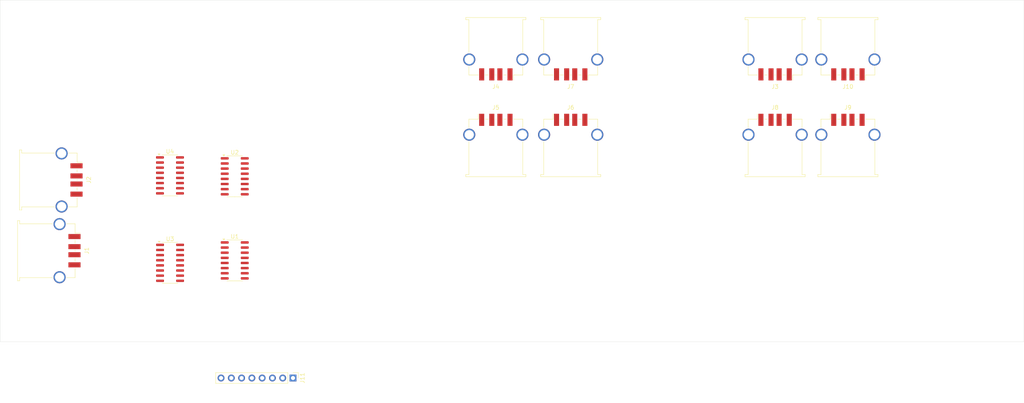
<source format=kicad_pcb>
(kicad_pcb (version 20240108) (generator "pcbnew") (generator_version "8.0")
  (layers (0 "F.Cu" signal) (31 "B.Cu" signal) (34 "B.Paste" user) (35 "F.Paste" user) (36 "B.SilkS" user "B.Silkscreen") (37 "F.SilkS" user "F.Silkscreen") (38 "B.Mask" user) (39 "F.Mask" user) (44 "Edge.Cuts" user))
  (net 0 "")
  (net 1 "Net-(J1-D-)")
  (net 2 "Net-(J1-D+)")
  (net 3 "Net-(J2-D+)")
  (net 4 "Net-(J2-D-)")
  (net 5 "Net-(J3-D-)")
  (net 6 "Net-(J3-D+)")
  (net 7 "Net-(J4-D-)")
  (net 8 "Net-(J4-D+)")
  (net 9 "Net-(J5-D-)")
  (net 10 "Net-(J5-D+)")
  (net 11 "Net-(J6-D+)")
  (net 12 "Net-(J6-D-)")
  (net 13 "Net-(J7-D+)")
  (net 14 "Net-(J7-D-)")
  (net 15 "Net-(J8-D-)")
  (net 16 "Net-(J8-D+)")
  (net 17 "Net-(J9-D-)")
  (net 18 "Net-(J9-D+)")
  (net 19 "Net-(J10-D+)")
  (net 20 "Net-(J10-D-)")
  (net 21 "Net-(J11-Pin_4)")
  (net 22 "Net-(U1-A)")
  (net 23 "Net-(U2-A)")
  (net 36 "/VCC")
  (net 37 "/SHIELD")
  (net 38 "/GND")
  (net 39 "/KS")
  (net 40 "/S1")
  (net 41 "/S0")
  (net 42 "/ENABLE_BARRE")
  (net 43 "/S2")
  (footprint "Connector_PinHeader_2.54mm:PinHeader_1x08_P2.54mm_Vertical" (layer "F.Cu") (at 114.875 103.5 -90)
    (property "Reference" "J11" (at 0 -2.33 90) (layer "F.SilkS"))
    (property "Value" "Conn_01x08_Pin")
    (fp_line (start -1.33 19.11) (end 1.33 19.11) (stroke (width 0.12)) (layer "F.SilkS"))
    (fp_line (start -1.33 1.27) (end -1.33 19.11) (stroke (width 0.12)) (layer "F.SilkS"))
    (fp_line (start -1.33 1.27) (end 1.33 1.27) (stroke (width 0.12)) (layer "F.SilkS"))
    (fp_line (start 1.33 1.27) (end 1.33 19.11) (stroke (width 0.12)) (layer "F.SilkS"))
    (fp_line (start -1.33 0) (end -1.33 -1.33) (stroke (width 0.12)) (layer "F.SilkS"))
    (fp_line (start -1.33 -1.33) (end 0 -1.33) (stroke (width 0.12)) (layer "F.SilkS"))
    (pad "1" thru_hole rect (at 0 0 270) (size 1.7 1.7) (drill 1) (layers "*.Cu" "*.Mask" "In1.Cu" "In2.Cu" "In3.Cu" "In4.Cu" "In5.Cu" "In6.Cu" "In7.Cu" "In8.Cu" "In9.Cu" "In10.Cu" "In11.Cu" "In12.Cu" "In13.Cu" "In14.Cu" "In15.Cu" "In16.Cu" "In17.Cu" "In18.Cu" "In19.Cu" "In20.Cu" "In21.Cu" "In22.Cu" "In23.Cu" "In24.Cu" "In25.Cu" "In26.Cu" "In27.Cu" "In28.Cu" "In29.Cu" "In30.Cu") (net 41 "/S0"))
    (pad "2" thru_hole oval (at 0 2.54 270) (size 1.7 1.7) (drill 1) (layers "*.Cu" "*.Mask" "In1.Cu" "In2.Cu" "In3.Cu" "In4.Cu" "In5.Cu" "In6.Cu" "In7.Cu" "In8.Cu" "In9.Cu" "In10.Cu" "In11.Cu" "In12.Cu" "In13.Cu" "In14.Cu" "In15.Cu" "In16.Cu" "In17.Cu" "In18.Cu" "In19.Cu" "In20.Cu" "In21.Cu" "In22.Cu" "In23.Cu" "In24.Cu" "In25.Cu" "In26.Cu" "In27.Cu" "In28.Cu" "In29.Cu" "In30.Cu") (net 40 "/S1"))
    (pad "3" thru_hole oval (at 0 5.08 270) (size 1.7 1.7) (drill 1) (layers "*.Cu" "*.Mask" "In1.Cu" "In2.Cu" "In3.Cu" "In4.Cu" "In5.Cu" "In6.Cu" "In7.Cu" "In8.Cu" "In9.Cu" "In10.Cu" "In11.Cu" "In12.Cu" "In13.Cu" "In14.Cu" "In15.Cu" "In16.Cu" "In17.Cu" "In18.Cu" "In19.Cu" "In20.Cu" "In21.Cu" "In22.Cu" "In23.Cu" "In24.Cu" "In25.Cu" "In26.Cu" "In27.Cu" "In28.Cu" "In29.Cu" "In30.Cu") (net 43 "/S2"))
    (pad "4" thru_hole oval (at 0 7.62 270) (size 1.7 1.7) (drill 1) (layers "*.Cu" "*.Mask" "In1.Cu" "In2.Cu" "In3.Cu" "In4.Cu" "In5.Cu" "In6.Cu" "In7.Cu" "In8.Cu" "In9.Cu" "In10.Cu" "In11.Cu" "In12.Cu" "In13.Cu" "In14.Cu" "In15.Cu" "In16.Cu" "In17.Cu" "In18.Cu" "In19.Cu" "In20.Cu" "In21.Cu" "In22.Cu" "In23.Cu" "In24.Cu" "In25.Cu" "In26.Cu" "In27.Cu" "In28.Cu" "In29.Cu" "In30.Cu") (net 21 "Net-(J11-Pin_4)"))
    (pad "5" thru_hole oval (at 0 10.16 270) (size 1.7 1.7) (drill 1) (layers "*.Cu" "*.Mask" "In1.Cu" "In2.Cu" "In3.Cu" "In4.Cu" "In5.Cu" "In6.Cu" "In7.Cu" "In8.Cu" "In9.Cu" "In10.Cu" "In11.Cu" "In12.Cu" "In13.Cu" "In14.Cu" "In15.Cu" "In16.Cu" "In17.Cu" "In18.Cu" "In19.Cu" "In20.Cu" "In21.Cu" "In22.Cu" "In23.Cu" "In24.Cu" "In25.Cu" "In26.Cu" "In27.Cu" "In28.Cu" "In29.Cu" "In30.Cu") (net 39 "/KS"))
    (pad "6" thru_hole oval (at 0 12.7 270) (size 1.7 1.7) (drill 1) (layers "*.Cu" "*.Mask" "In1.Cu" "In2.Cu" "In3.Cu" "In4.Cu" "In5.Cu" "In6.Cu" "In7.Cu" "In8.Cu" "In9.Cu" "In10.Cu" "In11.Cu" "In12.Cu" "In13.Cu" "In14.Cu" "In15.Cu" "In16.Cu" "In17.Cu" "In18.Cu" "In19.Cu" "In20.Cu" "In21.Cu" "In22.Cu" "In23.Cu" "In24.Cu" "In25.Cu" "In26.Cu" "In27.Cu" "In28.Cu" "In29.Cu" "In30.Cu") (net 38 "/GND"))
    (pad "7" thru_hole oval (at 0 15.24 270) (size 1.7 1.7) (drill 1) (layers "*.Cu" "*.Mask" "In1.Cu" "In2.Cu" "In3.Cu" "In4.Cu" "In5.Cu" "In6.Cu" "In7.Cu" "In8.Cu" "In9.Cu" "In10.Cu" "In11.Cu" "In12.Cu" "In13.Cu" "In14.Cu" "In15.Cu" "In16.Cu" "In17.Cu" "In18.Cu" "In19.Cu" "In20.Cu" "In21.Cu" "In22.Cu" "In23.Cu" "In24.Cu" "In25.Cu" "In26.Cu" "In27.Cu" "In28.Cu" "In29.Cu" "In30.Cu") (net 42 "/ENABLE_BARRE"))
    (pad "8" thru_hole oval (at 0 17.78 270) (size 1.7 1.7) (drill 1) (layers "*.Cu" "*.Mask" "In1.Cu" "In2.Cu" "In3.Cu" "In4.Cu" "In5.Cu" "In6.Cu" "In7.Cu" "In8.Cu" "In9.Cu" "In10.Cu" "In11.Cu" "In12.Cu" "In13.Cu" "In14.Cu" "In15.Cu" "In16.Cu" "In17.Cu" "In18.Cu" "In19.Cu" "In20.Cu" "In21.Cu" "In22.Cu" "In23.Cu" "In24.Cu" "In25.Cu" "In26.Cu" "In27.Cu" "In28.Cu" "In29.Cu" "In30.Cu") (net 36 "/VCC"))
  )
  (footprint "Connector_USB:USB_A_TE_292303-7_Horizontal" (layer "F.Cu") (at 165 22 180)
    (property "Reference" "J4" (at 0 -9.42 360) (layer "F.SilkS"))
    (property "Value" "USB_A_jetson0")
    (fp_line (start 7.43 7.69) (end 7.43 7.17) (stroke (width 0.12)) (layer "F.SilkS"))
    (fp_line (start 7.43 7.17) (end 6.66 7.17) (stroke (width 0.12)) (layer "F.SilkS"))
    (fp_line (start 6.66 -0.94) (end 6.66 7.17) (stroke (width 0.12)) (layer "F.SilkS"))
    (fp_line (start 6.66 -6.53) (end 6.66 -4.46) (stroke (width 0.12)) (layer "F.SilkS"))
    (fp_line (start 4.35 -6.53) (end 6.66 -6.53) (stroke (width 0.12)) (layer "F.SilkS"))
    (fp_line (start 1.85 -6.52) (end 2.67 -6.52) (stroke (width 0.12)) (layer "F.SilkS"))
    (fp_line (start -0.17 -6.52) (end 0.17 -6.52) (stroke (width 0.12)) (layer "F.SilkS"))
    (fp_line (start -2.67 -6.52) (end -1.85 -6.52) (stroke (width 0.12)) (layer "F.SilkS"))
    (fp_line (start -4.35 -7.82) (end -4.35 -6.53) (stroke (width 0.12)) (layer "F.SilkS"))
    (fp_line (start -6.66 7.17) (end -6.66 -0.94) (stroke (width 0.12)) (layer "F.SilkS"))
    (fp_line (start -6.66 7.17) (end -7.43 7.17) (stroke (width 0.12)) (layer "F.SilkS"))
    (fp_line (start -6.66 -6.53) (end -4.35 -6.53) (stroke (width 0.12)) (layer "F.SilkS"))
    (fp_line (start -6.66 -6.53) (end -6.66 -4.46) (stroke (width 0.12)) (layer "F.SilkS"))
    (fp_line (start -7.43 7.69) (end 7.43 7.69) (stroke (width 0.12)) (layer "F.SilkS"))
    (fp_line (start -7.43 7.17) (end -7.43 7.69) (stroke (width 0.12)) (layer "F.SilkS"))
    (pad "1" smd rect (at -3.5 -6.38 180) (size 1.25 3) (layers "F.Cu" "F.Paste" "F.Mask") (net 36 "/VCC"))
    (pad "2" smd rect (at -1 -6.38 180) (size 1.25 3) (layers "F.Cu" "F.Paste" "F.Mask") (net 7 "Net-(J4-D-)"))
    (pad "3" smd rect (at 1 -6.38 180) (size 1.25 3) (layers "F.Cu" "F.Paste" "F.Mask") (net 8 "Net-(J4-D+)"))
    (pad "4" smd rect (at 3.5 -6.38 180) (size 1.25 3) (layers "F.Cu" "F.Paste" "F.Mask") (net 38 "/GND"))
    (pad "5" thru_hole circle (at -6.57 -2.7 180) (size 3 3) (drill 2.3) (property pad_prop_heatsink) (layers "*.Cu" "*.Mask" "In1.Cu" "In2.Cu" "In3.Cu" "In4.Cu" "In5.Cu" "In6.Cu" "In7.Cu" "In8.Cu" "In9.Cu" "In10.Cu" "In11.Cu" "In12.Cu" "In13.Cu" "In14.Cu" "In15.Cu" "In16.Cu" "In17.Cu" "In18.Cu" "In19.Cu" "In20.Cu" "In21.Cu" "In22.Cu" "In23.Cu" "In24.Cu" "In25.Cu" "In26.Cu" "In27.Cu" "In28.Cu" "In29.Cu" "In30.Cu") (net 37 "/SHIELD"))
    (pad "5" thru_hole circle (at 6.57 -2.7 180) (size 3 3) (drill 2.3) (property pad_prop_heatsink) (layers "*.Cu" "*.Mask" "In1.Cu" "In2.Cu" "In3.Cu" "In4.Cu" "In5.Cu" "In6.Cu" "In7.Cu" "In8.Cu" "In9.Cu" "In10.Cu" "In11.Cu" "In12.Cu" "In13.Cu" "In14.Cu" "In15.Cu" "In16.Cu" "In17.Cu" "In18.Cu" "In19.Cu" "In20.Cu" "In21.Cu" "In22.Cu" "In23.Cu" "In24.Cu" "In25.Cu" "In26.Cu" "In27.Cu" "In28.Cu" "In29.Cu" "In30.Cu") (net 37 "/SHIELD"))
  )
  (footprint "Connector_USB:USB_A_TE_292303-7_Horizontal" (layer "F.Cu") (at 54.5 72 -90)
    (property "Reference" "J1" (at 0 -9.42 90) (layer "F.SilkS"))
    (property "Value" "USB_A_external")
    (fp_line (start -7.43 7.69) (end 7.43 7.69) (stroke (width 0.12)) (layer "F.SilkS"))
    (fp_line (start 7.43 7.69) (end 7.43 7.17) (stroke (width 0.12)) (layer "F.SilkS"))
    (fp_line (start -7.43 7.17) (end -7.43 7.69) (stroke (width 0.12)) (layer "F.SilkS"))
    (fp_line (start -6.66 7.17) (end -7.43 7.17) (stroke (width 0.12)) (layer "F.SilkS"))
    (fp_line (start -6.66 7.17) (end -6.66 -0.94) (stroke (width 0.12)) (layer "F.SilkS"))
    (fp_line (start 7.43 7.17) (end 6.66 7.17) (stroke (width 0.12)) (layer "F.SilkS"))
    (fp_line (start 6.66 -0.94) (end 6.66 7.17) (stroke (width 0.12)) (layer "F.SilkS"))
    (fp_line (start -2.67 -6.52) (end -1.85 -6.52) (stroke (width 0.12)) (layer "F.SilkS"))
    (fp_line (start -0.17 -6.52) (end 0.17 -6.52) (stroke (width 0.12)) (layer "F.SilkS"))
    (fp_line (start 1.85 -6.52) (end 2.67 -6.52) (stroke (width 0.12)) (layer "F.SilkS"))
    (fp_line (start -6.66 -6.53) (end -6.66 -4.46) (stroke (width 0.12)) (layer "F.SilkS"))
    (fp_line (start -6.66 -6.53) (end -4.35 -6.53) (stroke (width 0.12)) (layer "F.SilkS"))
    (fp_line (start 4.35 -6.53) (end 6.66 -6.53) (stroke (width 0.12)) (layer "F.SilkS"))
    (fp_line (start 6.66 -6.53) (end 6.66 -4.46) (stroke (width 0.12)) (layer "F.SilkS"))
    (fp_line (start -4.35 -7.82) (end -4.35 -6.53) (stroke (width 0.12)) (layer "F.SilkS"))
    (pad "1" smd rect (at -3.5 -6.38 270) (size 1.25 3) (layers "F.Cu" "F.Paste" "F.Mask") (net 36 "/VCC"))
    (pad "2" smd rect (at -1 -6.38 270) (size 1.25 3) (layers "F.Cu" "F.Paste" "F.Mask") (net 1 "Net-(J1-D-)"))
    (pad "3" smd rect (at 1 -6.38 270) (size 1.25 3) (layers "F.Cu" "F.Paste" "F.Mask") (net 2 "Net-(J1-D+)"))
    (pad "4" smd rect (at 3.5 -6.38 270) (size 1.25 3) (layers "F.Cu" "F.Paste" "F.Mask") (net 37 "/SHIELD"))
    (pad "5" thru_hole circle (at -6.57 -2.7 270) (size 3 3) (drill 2.3) (property pad_prop_heatsink) (layers "*.Cu" "*.Mask" "In1.Cu" "In2.Cu" "In3.Cu" "In4.Cu" "In5.Cu" "In6.Cu" "In7.Cu" "In8.Cu" "In9.Cu" "In10.Cu" "In11.Cu" "In12.Cu" "In13.Cu" "In14.Cu" "In15.Cu" "In16.Cu" "In17.Cu" "In18.Cu" "In19.Cu" "In20.Cu" "In21.Cu" "In22.Cu" "In23.Cu" "In24.Cu" "In25.Cu" "In26.Cu" "In27.Cu" "In28.Cu" "In29.Cu" "In30.Cu") (net 37 "/SHIELD"))
    (pad "5" thru_hole circle (at 6.57 -2.7 270) (size 3 3) (drill 2.3) (property pad_prop_heatsink) (layers "*.Cu" "*.Mask" "In1.Cu" "In2.Cu" "In3.Cu" "In4.Cu" "In5.Cu" "In6.Cu" "In7.Cu" "In8.Cu" "In9.Cu" "In10.Cu" "In11.Cu" "In12.Cu" "In13.Cu" "In14.Cu" "In15.Cu" "In16.Cu" "In17.Cu" "In18.Cu" "In19.Cu" "In20.Cu" "In21.Cu" "In22.Cu" "In23.Cu" "In24.Cu" "In25.Cu" "In26.Cu" "In27.Cu" "In28.Cu" "In29.Cu" "In30.Cu") (net 37 "/SHIELD"))
  )
  (footprint "Package_SO:SOIC-16_3.9x9.9mm_P1.27mm" (layer "F.Cu") (at 100.475 53.595)
    (property "Reference" "U2" (at 0 -5.9 0) (layer "F.SilkS"))
    (property "Value" "74HC4051")
    (fp_line (start 0 -5.06) (end -1.95 -5.06) (stroke (width 0.12)) (layer "F.SilkS"))
    (fp_line (start 0 -5.06) (end 1.95 -5.06) (stroke (width 0.12)) (layer "F.SilkS"))
    (fp_line (start 0 5.06) (end -1.95 5.06) (stroke (width 0.12)) (layer "F.SilkS"))
    (fp_line (start 0 5.06) (end 1.95 5.06) (stroke (width 0.12)) (layer "F.SilkS"))
    (fp_poly (pts (xy -2.7 -5.005) (xy -2.94 -5.335) (xy -2.46 -5.335) (xy -2.7 -5.005)) (stroke (width 0.12)) (fill solid) (layer "F.SilkS"))
    (pad "1" smd roundrect (at -2.475 -4.445) (size 1.95 0.6) (layers "F.Cu" "F.Paste" "F.Mask") (net 15 "Net-(J8-D-)"))
    (pad "2" smd roundrect (at -2.475 -3.175) (size 1.95 0.6) (layers "F.Cu" "F.Paste" "F.Mask") (net 20 "Net-(J10-D-)"))
    (pad "3" smd roundrect (at -2.475 -1.905) (size 1.95 0.6) (layers "F.Cu" "F.Paste" "F.Mask") (net 23 "Net-(U2-A)"))
    (pad "4" smd roundrect (at -2.475 -0.635) (size 1.95 0.6) (layers "F.Cu" "F.Paste" "F.Mask") (net 5 "Net-(J3-D-)"))
    (pad "5" smd roundrect (at -2.475 0.635) (size 1.95 0.6) (layers "F.Cu" "F.Paste" "F.Mask") (net 17 "Net-(J9-D-)"))
    (pad "6" smd roundrect (at -2.475 1.905) (size 1.95 0.6) (layers "F.Cu" "F.Paste" "F.Mask") (net 21 "Net-(J11-Pin_4)"))
    (pad "7" smd roundrect (at -2.475 3.175) (size 1.95 0.6) (layers "F.Cu" "F.Paste" "F.Mask") (net 42 "/ENABLE_BARRE"))
    (pad "8" smd roundrect (at -2.475 4.445) (size 1.95 0.6) (layers "F.Cu" "F.Paste" "F.Mask") (net 38 "/GND"))
    (pad "9" smd roundrect (at 2.475 4.445) (size 1.95 0.6) (layers "F.Cu" "F.Paste" "F.Mask") (net 43 "/S2"))
    (pad "10" smd roundrect (at 2.475 3.175) (size 1.95 0.6) (layers "F.Cu" "F.Paste" "F.Mask") (net 40 "/S1"))
    (pad "11" smd roundrect (at 2.475 1.905) (size 1.95 0.6) (layers "F.Cu" "F.Paste" "F.Mask") (net 41 "/S0"))
    (pad "12" smd roundrect (at 2.475 0.635) (size 1.95 0.6) (layers "F.Cu" "F.Paste" "F.Mask") (net 14 "Net-(J7-D-)"))
    (pad "13" smd roundrect (at 2.475 -0.635) (size 1.95 0.6) (layers "F.Cu" "F.Paste" "F.Mask") (net 7 "Net-(J4-D-)"))
    (pad "14" smd roundrect (at 2.475 -1.905) (size 1.95 0.6) (layers "F.Cu" "F.Paste" "F.Mask") (net 9 "Net-(J5-D-)"))
    (pad "15" smd roundrect (at 2.475 -3.175) (size 1.95 0.6) (layers "F.Cu" "F.Paste" "F.Mask") (net 12 "Net-(J6-D-)"))
    (pad "16" smd roundrect (at 2.475 -4.445) (size 1.95 0.6) (layers "F.Cu" "F.Paste" "F.Mask") (net 36 "/VCC"))
  )
  (footprint "Connector_USB:USB_A_TE_292303-7_Horizontal" (layer "F.Cu") (at 252 22 180)
    (property "Reference" "J10" (at 0 -9.42 360) (layer "F.SilkS"))
    (property "Value" "USB_A_jetson_NC")
    (fp_line (start 7.43 7.69) (end 7.43 7.17) (stroke (width 0.12)) (layer "F.SilkS"))
    (fp_line (start 7.43 7.17) (end 6.66 7.17) (stroke (width 0.12)) (layer "F.SilkS"))
    (fp_line (start 6.66 -0.94) (end 6.66 7.17) (stroke (width 0.12)) (layer "F.SilkS"))
    (fp_line (start 6.66 -6.53) (end 6.66 -4.46) (stroke (width 0.12)) (layer "F.SilkS"))
    (fp_line (start 4.35 -6.53) (end 6.66 -6.53) (stroke (width 0.12)) (layer "F.SilkS"))
    (fp_line (start 1.85 -6.52) (end 2.67 -6.52) (stroke (width 0.12)) (layer "F.SilkS"))
    (fp_line (start -0.17 -6.52) (end 0.17 -6.52) (stroke (width 0.12)) (layer "F.SilkS"))
    (fp_line (start -2.67 -6.52) (end -1.85 -6.52) (stroke (width 0.12)) (layer "F.SilkS"))
    (fp_line (start -4.35 -7.82) (end -4.35 -6.53) (stroke (width 0.12)) (layer "F.SilkS"))
    (fp_line (start -6.66 7.17) (end -6.66 -0.94) (stroke (width 0.12)) (layer "F.SilkS"))
    (fp_line (start -6.66 7.17) (end -7.43 7.17) (stroke (width 0.12)) (layer "F.SilkS"))
    (fp_line (start -6.66 -6.53) (end -4.35 -6.53) (stroke (width 0.12)) (layer "F.SilkS"))
    (fp_line (start -6.66 -6.53) (end -6.66 -4.46) (stroke (width 0.12)) (layer "F.SilkS"))
    (fp_line (start -7.43 7.69) (end 7.43 7.69) (stroke (width 0.12)) (layer "F.SilkS"))
    (fp_line (start -7.43 7.17) (end -7.43 7.69) (stroke (width 0.12)) (layer "F.SilkS"))
    (pad "1" smd rect (at -3.5 -6.38 180) (size 1.25 3) (layers "F.Cu" "F.Paste" "F.Mask") (net 36 "/VCC"))
    (pad "2" smd rect (at -1 -6.38 180) (size 1.25 3) (layers "F.Cu" "F.Paste" "F.Mask") (net 20 "Net-(J10-D-)"))
    (pad "3" smd rect (at 1 -6.38 180) (size 1.25 3) (layers "F.Cu" "F.Paste" "F.Mask") (net 19 "Net-(J10-D+)"))
    (pad "4" smd rect (at 3.5 -6.38 180) (size 1.25 3) (layers "F.Cu" "F.Paste" "F.Mask") (net 38 "/GND"))
    (pad "5" thru_hole circle (at -6.57 -2.7 180) (size 3 3) (drill 2.3) (property pad_prop_heatsink) (layers "*.Cu" "*.Mask" "In1.Cu" "In2.Cu" "In3.Cu" "In4.Cu" "In5.Cu" "In6.Cu" "In7.Cu" "In8.Cu" "In9.Cu" "In10.Cu" "In11.Cu" "In12.Cu" "In13.Cu" "In14.Cu" "In15.Cu" "In16.Cu" "In17.Cu" "In18.Cu" "In19.Cu" "In20.Cu" "In21.Cu" "In22.Cu" "In23.Cu" "In24.Cu" "In25.Cu" "In26.Cu" "In27.Cu" "In28.Cu" "In29.Cu" "In30.Cu") (net 37 "/SHIELD"))
    (pad "5" thru_hole circle (at 6.57 -2.7 180) (size 3 3) (drill 2.3) (property pad_prop_heatsink) (layers "*.Cu" "*.Mask" "In1.Cu" "In2.Cu" "In3.Cu" "In4.Cu" "In5.Cu" "In6.Cu" "In7.Cu" "In8.Cu" "In9.Cu" "In10.Cu" "In11.Cu" "In12.Cu" "In13.Cu" "In14.Cu" "In15.Cu" "In16.Cu" "In17.Cu" "In18.Cu" "In19.Cu" "In20.Cu" "In21.Cu" "In22.Cu" "In23.Cu" "In24.Cu" "In25.Cu" "In26.Cu" "In27.Cu" "In28.Cu" "In29.Cu" "In30.Cu") (net 37 "/SHIELD"))
  )
  (footprint "Package_SO:SOIC-16_3.9x9.9mm_P1.27mm" (layer "F.Cu") (at 100.475 74.405)
    (property "Reference" "U1" (at 0 -5.9 0) (layer "F.SilkS"))
    (property "Value" "74HC4051")
    (fp_line (start 0 -5.06) (end -1.95 -5.06) (stroke (width 0.12)) (layer "F.SilkS"))
    (fp_line (start 0 -5.06) (end 1.95 -5.06) (stroke (width 0.12)) (layer "F.SilkS"))
    (fp_line (start 0 5.06) (end -1.95 5.06) (stroke (width 0.12)) (layer "F.SilkS"))
    (fp_line (start 0 5.06) (end 1.95 5.06) (stroke (width 0.12)) (layer "F.SilkS"))
    (fp_poly (pts (xy -2.7 -5.005) (xy -2.94 -5.335) (xy -2.46 -5.335) (xy -2.7 -5.005)) (stroke (width 0.12)) (fill solid) (layer "F.SilkS"))
    (pad "1" smd roundrect (at -2.475 -4.445) (size 1.95 0.6) (layers "F.Cu" "F.Paste" "F.Mask") (net 16 "Net-(J8-D+)"))
    (pad "2" smd roundrect (at -2.475 -3.175) (size 1.95 0.6) (layers "F.Cu" "F.Paste" "F.Mask") (net 19 "Net-(J10-D+)"))
    (pad "3" smd roundrect (at -2.475 -1.905) (size 1.95 0.6) (layers "F.Cu" "F.Paste" "F.Mask") (net 22 "Net-(U1-A)"))
    (pad "4" smd roundrect (at -2.475 -0.635) (size 1.95 0.6) (layers "F.Cu" "F.Paste" "F.Mask") (net 6 "Net-(J3-D+)"))
    (pad "5" smd roundrect (at -2.475 0.635) (size 1.95 0.6) (layers "F.Cu" "F.Paste" "F.Mask") (net 18 "Net-(J9-D+)"))
    (pad "6" smd roundrect (at -2.475 1.905) (size 1.95 0.6) (layers "F.Cu" "F.Paste" "F.Mask") (net 21 "Net-(J11-Pin_4)"))
    (pad "7" smd roundrect (at -2.475 3.175) (size 1.95 0.6) (layers "F.Cu" "F.Paste" "F.Mask") (net 42 "/ENABLE_BARRE"))
    (pad "8" smd roundrect (at -2.475 4.445) (size 1.95 0.6) (layers "F.Cu" "F.Paste" "F.Mask") (net 38 "/GND"))
    (pad "9" smd roundrect (at 2.475 4.445) (size 1.95 0.6) (layers "F.Cu" "F.Paste" "F.Mask") (net 43 "/S2"))
    (pad "10" smd roundrect (at 2.475 3.175) (size 1.95 0.6) (layers "F.Cu" "F.Paste" "F.Mask") (net 40 "/S1"))
    (pad "11" smd roundrect (at 2.475 1.905) (size 1.95 0.6) (layers "F.Cu" "F.Paste" "F.Mask") (net 41 "/S0"))
    (pad "12" smd roundrect (at 2.475 0.635) (size 1.95 0.6) (layers "F.Cu" "F.Paste" "F.Mask") (net 13 "Net-(J7-D+)"))
    (pad "13" smd roundrect (at 2.475 -0.635) (size 1.95 0.6) (layers "F.Cu" "F.Paste" "F.Mask") (net 8 "Net-(J4-D+)"))
    (pad "14" smd roundrect (at 2.475 -1.905) (size 1.95 0.6) (layers "F.Cu" "F.Paste" "F.Mask") (net 10 "Net-(J5-D+)"))
    (pad "15" smd roundrect (at 2.475 -3.175) (size 1.95 0.6) (layers "F.Cu" "F.Paste" "F.Mask") (net 11 "Net-(J6-D+)"))
    (pad "16" smd roundrect (at 2.475 -4.445) (size 1.95 0.6) (layers "F.Cu" "F.Paste" "F.Mask") (net 36 "/VCC"))
  )
  (footprint "Connector_USB:USB_A_TE_292303-7_Horizontal" (layer "F.Cu") (at 234 46)
    (property "Reference" "J8" (at 0 -9.42 0) (layer "F.SilkS"))
    (property "Value" "USB_A_jetson4")
    (fp_line (start -7.43 7.17) (end -7.43 7.69) (stroke (width 0.12)) (layer "F.SilkS"))
    (fp_line (start -7.43 7.69) (end 7.43 7.69) (stroke (width 0.12)) (layer "F.SilkS"))
    (fp_line (start -6.66 -6.53) (end -6.66 -4.46) (stroke (width 0.12)) (layer "F.SilkS"))
    (fp_line (start -6.66 -6.53) (end -4.35 -6.53) (stroke (width 0.12)) (layer "F.SilkS"))
    (fp_line (start -6.66 7.17) (end -7.43 7.17) (stroke (width 0.12)) (layer "F.SilkS"))
    (fp_line (start -6.66 7.17) (end -6.66 -0.94) (stroke (width 0.12)) (layer "F.SilkS"))
    (fp_line (start -4.35 -7.82) (end -4.35 -6.53) (stroke (width 0.12)) (layer "F.SilkS"))
    (fp_line (start -2.67 -6.52) (end -1.85 -6.52) (stroke (width 0.12)) (layer "F.SilkS"))
    (fp_line (start -0.17 -6.52) (end 0.17 -6.52) (stroke (width 0.12)) (layer "F.SilkS"))
    (fp_line (start 1.85 -6.52) (end 2.67 -6.52) (stroke (width 0.12)) (layer "F.SilkS"))
    (fp_line (start 4.35 -6.53) (end 6.66 -6.53) (stroke (width 0.12)) (layer "F.SilkS"))
    (fp_line (start 6.66 -6.53) (end 6.66 -4.46) (stroke (width 0.12)) (layer "F.SilkS"))
    (fp_line (start 6.66 -0.94) (end 6.66 7.17) (stroke (width 0.12)) (layer "F.SilkS"))
    (fp_line (start 7.43 7.17) (end 6.66 7.17) (stroke (width 0.12)) (layer "F.SilkS"))
    (fp_line (start 7.43 7.69) (end 7.43 7.17) (stroke (width 0.12)) (layer "F.SilkS"))
    (pad "1" smd rect (at -3.5 -6.38) (size 1.25 3) (layers "F.Cu" "F.Paste" "F.Mask") (net 36 "/VCC"))
    (pad "2" smd rect (at -1 -6.38) (size 1.25 3) (layers "F.Cu" "F.Paste" "F.Mask") (net 15 "Net-(J8-D-)"))
    (pad "3" smd rect (at 1 -6.38) (size 1.25 3) (layers "F.Cu" "F.Paste" "F.Mask") (net 16 "Net-(J8-D+)"))
    (pad "4" smd rect (at 3.5 -6.38) (size 1.25 3) (layers "F.Cu" "F.Paste" "F.Mask") (net 38 "/GND"))
    (pad "5" thru_hole circle (at -6.57 -2.7) (size 3 3) (drill 2.3) (property pad_prop_heatsink) (layers "*.Cu" "*.Mask" "In1.Cu" "In2.Cu" "In3.Cu" "In4.Cu" "In5.Cu" "In6.Cu" "In7.Cu" "In8.Cu" "In9.Cu" "In10.Cu" "In11.Cu" "In12.Cu" "In13.Cu" "In14.Cu" "In15.Cu" "In16.Cu" "In17.Cu" "In18.Cu" "In19.Cu" "In20.Cu" "In21.Cu" "In22.Cu" "In23.Cu" "In24.Cu" "In25.Cu" "In26.Cu" "In27.Cu" "In28.Cu" "In29.Cu" "In30.Cu") (net 37 "/SHIELD"))
    (pad "5" thru_hole circle (at 6.57 -2.7) (size 3 3) (drill 2.3) (property pad_prop_heatsink) (layers "*.Cu" "*.Mask" "In1.Cu" "In2.Cu" "In3.Cu" "In4.Cu" "In5.Cu" "In6.Cu" "In7.Cu" "In8.Cu" "In9.Cu" "In10.Cu" "In11.Cu" "In12.Cu" "In13.Cu" "In14.Cu" "In15.Cu" "In16.Cu" "In17.Cu" "In18.Cu" "In19.Cu" "In20.Cu" "In21.Cu" "In22.Cu" "In23.Cu" "In24.Cu" "In25.Cu" "In26.Cu" "In27.Cu" "In28.Cu" "In29.Cu" "In30.Cu") (net 37 "/SHIELD"))
  )
  (footprint "Connector_USB:USB_A_TE_292303-7_Horizontal" (layer "F.Cu") (at 234 22 180)
    (property "Reference" "J3" (at 0 -9.42 360) (layer "F.SilkS"))
    (property "Value" "USB_A_jetson_NC2")
    (fp_line (start 7.43 7.69) (end 7.43 7.17) (stroke (width 0.12)) (layer "F.SilkS"))
    (fp_line (start 7.43 7.17) (end 6.66 7.17) (stroke (width 0.12)) (layer "F.SilkS"))
    (fp_line (start 6.66 -0.94) (end 6.66 7.17) (stroke (width 0.12)) (layer "F.SilkS"))
    (fp_line (start 6.66 -6.53) (end 6.66 -4.46) (stroke (width 0.12)) (layer "F.SilkS"))
    (fp_line (start 4.35 -6.53) (end 6.66 -6.53) (stroke (width 0.12)) (layer "F.SilkS"))
    (fp_line (start 1.85 -6.52) (end 2.67 -6.52) (stroke (width 0.12)) (layer "F.SilkS"))
    (fp_line (start -0.17 -6.52) (end 0.17 -6.52) (stroke (width 0.12)) (layer "F.SilkS"))
    (fp_line (start -2.67 -6.52) (end -1.85 -6.52) (stroke (width 0.12)) (layer "F.SilkS"))
    (fp_line (start -4.35 -7.82) (end -4.35 -6.53) (stroke (width 0.12)) (layer "F.SilkS"))
    (fp_line (start -6.66 7.17) (end -6.66 -0.94) (stroke (width 0.12)) (layer "F.SilkS"))
    (fp_line (start -6.66 7.17) (end -7.43 7.17) (stroke (width 0.12)) (layer "F.SilkS"))
    (fp_line (start -6.66 -6.53) (end -4.35 -6.53) (stroke (width 0.12)) (layer "F.SilkS"))
    (fp_line (start -6.66 -6.53) (end -6.66 -4.46) (stroke (width 0.12)) (layer "F.SilkS"))
    (fp_line (start -7.43 7.69) (end 7.43 7.69) (stroke (width 0.12)) (layer "F.SilkS"))
    (fp_line (start -7.43 7.17) (end -7.43 7.69) (stroke (width 0.12)) (layer "F.SilkS"))
    (pad "1" smd rect (at -3.5 -6.38 180) (size 1.25 3) (layers "F.Cu" "F.Paste" "F.Mask") (net 36 "/VCC"))
    (pad "2" smd rect (at -1 -6.38 180) (size 1.25 3) (layers "F.Cu" "F.Paste" "F.Mask") (net 5 "Net-(J3-D-)"))
    (pad "3" smd rect (at 1 -6.38 180) (size 1.25 3) (layers "F.Cu" "F.Paste" "F.Mask") (net 6 "Net-(J3-D+)"))
    (pad "4" smd rect (at 3.5 -6.38 180) (size 1.25 3) (layers "F.Cu" "F.Paste" "F.Mask") (net 38 "/GND"))
    (pad "5" thru_hole circle (at -6.57 -2.7 180) (size 3 3) (drill 2.3) (property pad_prop_heatsink) (layers "*.Cu" "*.Mask" "In1.Cu" "In2.Cu" "In3.Cu" "In4.Cu" "In5.Cu" "In6.Cu" "In7.Cu" "In8.Cu" "In9.Cu" "In10.Cu" "In11.Cu" "In12.Cu" "In13.Cu" "In14.Cu" "In15.Cu" "In16.Cu" "In17.Cu" "In18.Cu" "In19.Cu" "In20.Cu" "In21.Cu" "In22.Cu" "In23.Cu" "In24.Cu" "In25.Cu" "In26.Cu" "In27.Cu" "In28.Cu" "In29.Cu" "In30.Cu") (net 37 "/SHIELD"))
    (pad "5" thru_hole circle (at 6.57 -2.7 180) (size 3 3) (drill 2.3) (property pad_prop_heatsink) (layers "*.Cu" "*.Mask" "In1.Cu" "In2.Cu" "In3.Cu" "In4.Cu" "In5.Cu" "In6.Cu" "In7.Cu" "In8.Cu" "In9.Cu" "In10.Cu" "In11.Cu" "In12.Cu" "In13.Cu" "In14.Cu" "In15.Cu" "In16.Cu" "In17.Cu" "In18.Cu" "In19.Cu" "In20.Cu" "In21.Cu" "In22.Cu" "In23.Cu" "In24.Cu" "In25.Cu" "In26.Cu" "In27.Cu" "In28.Cu" "In29.Cu" "In30.Cu") (net 37 "/SHIELD"))
  )
  (footprint "Connector_USB:USB_A_TE_292303-7_Horizontal" (layer "F.Cu") (at 55 54.5 -90)
    (property "Reference" "J2" (at 0 -9.42 90) (layer "F.SilkS"))
    (property "Value" "USB_A_ard_leo_pico")
    (fp_line (start -7.43 7.69) (end 7.43 7.69) (stroke (width 0.12)) (layer "F.SilkS"))
    (fp_line (start 7.43 7.69) (end 7.43 7.17) (stroke (width 0.12)) (layer "F.SilkS"))
    (fp_line (start -7.43 7.17) (end -7.43 7.69) (stroke (width 0.12)) (layer "F.SilkS"))
    (fp_line (start -6.66 7.17) (end -7.43 7.17) (stroke (width 0.12)) (layer "F.SilkS"))
    (fp_line (start -6.66 7.17) (end -6.66 -0.94) (stroke (width 0.12)) (layer "F.SilkS"))
    (fp_line (start 7.43 7.17) (end 6.66 7.17) (stroke (width 0.12)) (layer "F.SilkS"))
    (fp_line (start 6.66 -0.94) (end 6.66 7.17) (stroke (width 0.12)) (layer "F.SilkS"))
    (fp_line (start -2.67 -6.52) (end -1.85 -6.52) (stroke (width 0.12)) (layer "F.SilkS"))
    (fp_line (start -0.17 -6.52) (end 0.17 -6.52) (stroke (width 0.12)) (layer "F.SilkS"))
    (fp_line (start 1.85 -6.52) (end 2.67 -6.52) (stroke (width 0.12)) (layer "F.SilkS"))
    (fp_line (start -6.66 -6.53) (end -6.66 -4.46) (stroke (width 0.12)) (layer "F.SilkS"))
    (fp_line (start -6.66 -6.53) (end -4.35 -6.53) (stroke (width 0.12)) (layer "F.SilkS"))
    (fp_line (start 4.35 -6.53) (end 6.66 -6.53) (stroke (width 0.12)) (layer "F.SilkS"))
    (fp_line (start 6.66 -6.53) (end 6.66 -4.46) (stroke (width 0.12)) (layer "F.SilkS"))
    (fp_line (start -4.35 -7.82) (end -4.35 -6.53) (stroke (width 0.12)) (layer "F.SilkS"))
    (pad "1" smd rect (at -3.5 -6.38 270) (size 1.25 3) (layers "F.Cu" "F.Paste" "F.Mask") (net 36 "/VCC"))
    (pad "2" smd rect (at -1 -6.38 270) (size 1.25 3) (layers "F.Cu" "F.Paste" "F.Mask") (net 4 "Net-(J2-D-)"))
    (pad "3" smd rect (at 1 -6.38 270) (size 1.25 3) (layers "F.Cu" "F.Paste" "F.Mask") (net 3 "Net-(J2-D+)"))
    (pad "4" smd rect (at 3.5 -6.38 270) (size 1.25 3) (layers "F.Cu" "F.Paste" "F.Mask") (net 38 "/GND"))
    (pad "5" thru_hole circle (at -6.57 -2.7 270) (size 3 3) (drill 2.3) (property pad_prop_heatsink) (layers "*.Cu" "*.Mask" "In1.Cu" "In2.Cu" "In3.Cu" "In4.Cu" "In5.Cu" "In6.Cu" "In7.Cu" "In8.Cu" "In9.Cu" "In10.Cu" "In11.Cu" "In12.Cu" "In13.Cu" "In14.Cu" "In15.Cu" "In16.Cu" "In17.Cu" "In18.Cu" "In19.Cu" "In20.Cu" "In21.Cu" "In22.Cu" "In23.Cu" "In24.Cu" "In25.Cu" "In26.Cu" "In27.Cu" "In28.Cu" "In29.Cu" "In30.Cu") (net 37 "/SHIELD"))
    (pad "5" thru_hole circle (at 6.57 -2.7 270) (size 3 3) (drill 2.3) (property pad_prop_heatsink) (layers "*.Cu" "*.Mask" "In1.Cu" "In2.Cu" "In3.Cu" "In4.Cu" "In5.Cu" "In6.Cu" "In7.Cu" "In8.Cu" "In9.Cu" "In10.Cu" "In11.Cu" "In12.Cu" "In13.Cu" "In14.Cu" "In15.Cu" "In16.Cu" "In17.Cu" "In18.Cu" "In19.Cu" "In20.Cu" "In21.Cu" "In22.Cu" "In23.Cu" "In24.Cu" "In25.Cu" "In26.Cu" "In27.Cu" "In28.Cu" "In29.Cu" "In30.Cu") (net 37 "/SHIELD"))
  )
  (footprint "Connector_USB:USB_A_TE_292303-7_Horizontal" (layer "F.Cu") (at 165 46)
    (property "Reference" "J5" (at 0 -9.42 0) (layer "F.SilkS"))
    (property "Value" "USB_A_jetson1")
    (fp_line (start -7.43 7.17) (end -7.43 7.69) (stroke (width 0.12)) (layer "F.SilkS"))
    (fp_line (start -7.43 7.69) (end 7.43 7.69) (stroke (width 0.12)) (layer "F.SilkS"))
    (fp_line (start -6.66 -6.53) (end -6.66 -4.46) (stroke (width 0.12)) (layer "F.SilkS"))
    (fp_line (start -6.66 -6.53) (end -4.35 -6.53) (stroke (width 0.12)) (layer "F.SilkS"))
    (fp_line (start -6.66 7.17) (end -7.43 7.17) (stroke (width 0.12)) (layer "F.SilkS"))
    (fp_line (start -6.66 7.17) (end -6.66 -0.94) (stroke (width 0.12)) (layer "F.SilkS"))
    (fp_line (start -4.35 -7.82) (end -4.35 -6.53) (stroke (width 0.12)) (layer "F.SilkS"))
    (fp_line (start -2.67 -6.52) (end -1.85 -6.52) (stroke (width 0.12)) (layer "F.SilkS"))
    (fp_line (start -0.17 -6.52) (end 0.17 -6.52) (stroke (width 0.12)) (layer "F.SilkS"))
    (fp_line (start 1.85 -6.52) (end 2.67 -6.52) (stroke (width 0.12)) (layer "F.SilkS"))
    (fp_line (start 4.35 -6.53) (end 6.66 -6.53) (stroke (width 0.12)) (layer "F.SilkS"))
    (fp_line (start 6.66 -6.53) (end 6.66 -4.46) (stroke (width 0.12)) (layer "F.SilkS"))
    (fp_line (start 6.66 -0.94) (end 6.66 7.17) (stroke (width 0.12)) (layer "F.SilkS"))
    (fp_line (start 7.43 7.17) (end 6.66 7.17) (stroke (width 0.12)) (layer "F.SilkS"))
    (fp_line (start 7.43 7.69) (end 7.43 7.17) (stroke (width 0.12)) (layer "F.SilkS"))
    (pad "1" smd rect (at -3.5 -6.38) (size 1.25 3) (layers "F.Cu" "F.Paste" "F.Mask") (net 36 "/VCC"))
    (pad "2" smd rect (at -1 -6.38) (size 1.25 3) (layers "F.Cu" "F.Paste" "F.Mask") (net 9 "Net-(J5-D-)"))
    (pad "3" smd rect (at 1 -6.38) (size 1.25 3) (layers "F.Cu" "F.Paste" "F.Mask") (net 10 "Net-(J5-D+)"))
    (pad "4" smd rect (at 3.5 -6.38) (size 1.25 3) (layers "F.Cu" "F.Paste" "F.Mask") (net 38 "/GND"))
    (pad "5" thru_hole circle (at -6.57 -2.7) (size 3 3) (drill 2.3) (property pad_prop_heatsink) (layers "*.Cu" "*.Mask" "In1.Cu" "In2.Cu" "In3.Cu" "In4.Cu" "In5.Cu" "In6.Cu" "In7.Cu" "In8.Cu" "In9.Cu" "In10.Cu" "In11.Cu" "In12.Cu" "In13.Cu" "In14.Cu" "In15.Cu" "In16.Cu" "In17.Cu" "In18.Cu" "In19.Cu" "In20.Cu" "In21.Cu" "In22.Cu" "In23.Cu" "In24.Cu" "In25.Cu" "In26.Cu" "In27.Cu" "In28.Cu" "In29.Cu" "In30.Cu") (net 37 "/SHIELD"))
    (pad "5" thru_hole circle (at 6.57 -2.7) (size 3 3) (drill 2.3) (property pad_prop_heatsink) (layers "*.Cu" "*.Mask" "In1.Cu" "In2.Cu" "In3.Cu" "In4.Cu" "In5.Cu" "In6.Cu" "In7.Cu" "In8.Cu" "In9.Cu" "In10.Cu" "In11.Cu" "In12.Cu" "In13.Cu" "In14.Cu" "In15.Cu" "In16.Cu" "In17.Cu" "In18.Cu" "In19.Cu" "In20.Cu" "In21.Cu" "In22.Cu" "In23.Cu" "In24.Cu" "In25.Cu" "In26.Cu" "In27.Cu" "In28.Cu" "In29.Cu" "In30.Cu") (net 37 "/SHIELD"))
  )
  (footprint "Package_SO:SOIC-16_3.9x9.9mm_P1.27mm" (layer "F.Cu") (at 84.5 75)
    (property "Reference" "U3" (at 0 -5.9 0) (layer "F.SilkS"))
    (property "Value" "74HC4051")
    (fp_line (start 0 -5.06) (end -1.95 -5.06) (stroke (width 0.12)) (layer "F.SilkS"))
    (fp_line (start 0 -5.06) (end 1.95 -5.06) (stroke (width 0.12)) (layer "F.SilkS"))
    (fp_line (start 0 5.06) (end -1.95 5.06) (stroke (width 0.12)) (layer "F.SilkS"))
    (fp_line (start 0 5.06) (end 1.95 5.06) (stroke (width 0.12)) (layer "F.SilkS"))
    (fp_poly (pts (xy -2.7 -5.005) (xy -2.94 -5.335) (xy -2.46 -5.335) (xy -2.7 -5.005)) (stroke (width 0.12)) (fill solid) (layer "F.SilkS"))
    (pad "1" smd roundrect (at -2.475 -4.445) (size 1.95 0.6) (layers "F.Cu" "F.Paste" "F.Mask"))
    (pad "2" smd roundrect (at -2.475 -3.175) (size 1.95 0.6) (layers "F.Cu" "F.Paste" "F.Mask"))
    (pad "3" smd roundrect (at -2.475 -1.905) (size 1.95 0.6) (layers "F.Cu" "F.Paste" "F.Mask") (net 22 "Net-(U1-A)"))
    (pad "4" smd roundrect (at -2.475 -0.635) (size 1.95 0.6) (layers "F.Cu" "F.Paste" "F.Mask"))
    (pad "5" smd roundrect (at -2.475 0.635) (size 1.95 0.6) (layers "F.Cu" "F.Paste" "F.Mask"))
    (pad "6" smd roundrect (at -2.475 1.905) (size 1.95 0.6) (layers "F.Cu" "F.Paste" "F.Mask") (net 21 "Net-(J11-Pin_4)"))
    (pad "7" smd roundrect (at -2.475 3.175) (size 1.95 0.6) (layers "F.Cu" "F.Paste" "F.Mask") (net 42 "/ENABLE_BARRE"))
    (pad "8" smd roundrect (at -2.475 4.445) (size 1.95 0.6) (layers "F.Cu" "F.Paste" "F.Mask") (net 38 "/GND"))
    (pad "9" smd roundrect (at 2.475 4.445) (size 1.95 0.6) (layers "F.Cu" "F.Paste" "F.Mask") (net 21 "Net-(J11-Pin_4)"))
    (pad "10" smd roundrect (at 2.475 3.175) (size 1.95 0.6) (layers "F.Cu" "F.Paste" "F.Mask") (net 21 "Net-(J11-Pin_4)"))
    (pad "11" smd roundrect (at 2.475 1.905) (size 1.95 0.6) (layers "F.Cu" "F.Paste" "F.Mask") (net 39 "/KS"))
    (pad "12" smd roundrect (at 2.475 0.635) (size 1.95 0.6) (layers "F.Cu" "F.Paste" "F.Mask"))
    (pad "13" smd roundrect (at 2.475 -0.635) (size 1.95 0.6) (layers "F.Cu" "F.Paste" "F.Mask") (net 2 "Net-(J1-D+)"))
    (pad "14" smd roundrect (at 2.475 -1.905) (size 1.95 0.6) (layers "F.Cu" "F.Paste" "F.Mask") (net 3 "Net-(J2-D+)"))
    (pad "15" smd roundrect (at 2.475 -3.175) (size 1.95 0.6) (layers "F.Cu" "F.Paste" "F.Mask"))
    (pad "16" smd roundrect (at 2.475 -4.445) (size 1.95 0.6) (layers "F.Cu" "F.Paste" "F.Mask") (net 36 "/VCC"))
  )
  (footprint "Connector_USB:USB_A_TE_292303-7_Horizontal" (layer "F.Cu") (at 183.5 22 180)
    (property "Reference" "J7" (at 0 -9.42 360) (layer "F.SilkS"))
    (property "Value" "USB_A_jetson3")
    (fp_line (start 7.43 7.69) (end 7.43 7.17) (stroke (width 0.12)) (layer "F.SilkS"))
    (fp_line (start 7.43 7.17) (end 6.66 7.17) (stroke (width 0.12)) (layer "F.SilkS"))
    (fp_line (start 6.66 -0.94) (end 6.66 7.17) (stroke (width 0.12)) (layer "F.SilkS"))
    (fp_line (start 6.66 -6.53) (end 6.66 -4.46) (stroke (width 0.12)) (layer "F.SilkS"))
    (fp_line (start 4.35 -6.53) (end 6.66 -6.53) (stroke (width 0.12)) (layer "F.SilkS"))
    (fp_line (start 1.85 -6.52) (end 2.67 -6.52) (stroke (width 0.12)) (layer "F.SilkS"))
    (fp_line (start -0.17 -6.52) (end 0.17 -6.52) (stroke (width 0.12)) (layer "F.SilkS"))
    (fp_line (start -2.67 -6.52) (end -1.85 -6.52) (stroke (width 0.12)) (layer "F.SilkS"))
    (fp_line (start -4.35 -7.82) (end -4.35 -6.53) (stroke (width 0.12)) (layer "F.SilkS"))
    (fp_line (start -6.66 7.17) (end -6.66 -0.94) (stroke (width 0.12)) (layer "F.SilkS"))
    (fp_line (start -6.66 7.17) (end -7.43 7.17) (stroke (width 0.12)) (layer "F.SilkS"))
    (fp_line (start -6.66 -6.53) (end -4.35 -6.53) (stroke (width 0.12)) (layer "F.SilkS"))
    (fp_line (start -6.66 -6.53) (end -6.66 -4.46) (stroke (width 0.12)) (layer "F.SilkS"))
    (fp_line (start -7.43 7.69) (end 7.43 7.69) (stroke (width 0.12)) (layer "F.SilkS"))
    (fp_line (start -7.43 7.17) (end -7.43 7.69) (stroke (width 0.12)) (layer "F.SilkS"))
    (pad "1" smd rect (at -3.5 -6.38 180) (size 1.25 3) (layers "F.Cu" "F.Paste" "F.Mask") (net 36 "/VCC"))
    (pad "2" smd rect (at -1 -6.38 180) (size 1.25 3) (layers "F.Cu" "F.Paste" "F.Mask") (net 14 "Net-(J7-D-)"))
    (pad "3" smd rect (at 1 -6.38 180) (size 1.25 3) (layers "F.Cu" "F.Paste" "F.Mask") (net 13 "Net-(J7-D+)"))
    (pad "4" smd rect (at 3.5 -6.38 180) (size 1.25 3) (layers "F.Cu" "F.Paste" "F.Mask") (net 38 "/GND"))
    (pad "5" thru_hole circle (at -6.57 -2.7 180) (size 3 3) (drill 2.3) (property pad_prop_heatsink) (layers "*.Cu" "*.Mask" "In1.Cu" "In2.Cu" "In3.Cu" "In4.Cu" "In5.Cu" "In6.Cu" "In7.Cu" "In8.Cu" "In9.Cu" "In10.Cu" "In11.Cu" "In12.Cu" "In13.Cu" "In14.Cu" "In15.Cu" "In16.Cu" "In17.Cu" "In18.Cu" "In19.Cu" "In20.Cu" "In21.Cu" "In22.Cu" "In23.Cu" "In24.Cu" "In25.Cu" "In26.Cu" "In27.Cu" "In28.Cu" "In29.Cu" "In30.Cu") (net 37 "/SHIELD"))
    (pad "5" thru_hole circle (at 6.57 -2.7 180) (size 3 3) (drill 2.3) (property pad_prop_heatsink) (layers "*.Cu" "*.Mask" "In1.Cu" "In2.Cu" "In3.Cu" "In4.Cu" "In5.Cu" "In6.Cu" "In7.Cu" "In8.Cu" "In9.Cu" "In10.Cu" "In11.Cu" "In12.Cu" "In13.Cu" "In14.Cu" "In15.Cu" "In16.Cu" "In17.Cu" "In18.Cu" "In19.Cu" "In20.Cu" "In21.Cu" "In22.Cu" "In23.Cu" "In24.Cu" "In25.Cu" "In26.Cu" "In27.Cu" "In28.Cu" "In29.Cu" "In30.Cu") (net 37 "/SHIELD"))
  )
  (footprint "Connector_USB:USB_A_TE_292303-7_Horizontal" (layer "F.Cu") (at 183.5 46)
    (property "Reference" "J6" (at 0 -9.42 0) (layer "F.SilkS"))
    (property "Value" "USB_A_jetson2")
    (fp_line (start -7.43 7.17) (end -7.43 7.69) (stroke (width 0.12)) (layer "F.SilkS"))
    (fp_line (start -7.43 7.69) (end 7.43 7.69) (stroke (width 0.12)) (layer "F.SilkS"))
    (fp_line (start -6.66 -6.53) (end -6.66 -4.46) (stroke (width 0.12)) (layer "F.SilkS"))
    (fp_line (start -6.66 -6.53) (end -4.35 -6.53) (stroke (width 0.12)) (layer "F.SilkS"))
    (fp_line (start -6.66 7.17) (end -7.43 7.17) (stroke (width 0.12)) (layer "F.SilkS"))
    (fp_line (start -6.66 7.17) (end -6.66 -0.94) (stroke (width 0.12)) (layer "F.SilkS"))
    (fp_line (start -4.35 -7.82) (end -4.35 -6.53) (stroke (width 0.12)) (layer "F.SilkS"))
    (fp_line (start -2.67 -6.52) (end -1.85 -6.52) (stroke (width 0.12)) (layer "F.SilkS"))
    (fp_line (start -0.17 -6.52) (end 0.17 -6.52) (stroke (width 0.12)) (layer "F.SilkS"))
    (fp_line (start 1.85 -6.52) (end 2.67 -6.52) (stroke (width 0.12)) (layer "F.SilkS"))
    (fp_line (start 4.35 -6.53) (end 6.66 -6.53) (stroke (width 0.12)) (layer "F.SilkS"))
    (fp_line (start 6.66 -6.53) (end 6.66 -4.46) (stroke (width 0.12)) (layer "F.SilkS"))
    (fp_line (start 6.66 -0.94) (end 6.66 7.17) (stroke (width 0.12)) (layer "F.SilkS"))
    (fp_line (start 7.43 7.17) (end 6.66 7.17) (stroke (width 0.12)) (layer "F.SilkS"))
    (fp_line (start 7.43 7.69) (end 7.43 7.17) (stroke (width 0.12)) (layer "F.SilkS"))
    (pad "1" smd rect (at -3.5 -6.38) (size 1.25 3) (layers "F.Cu" "F.Paste" "F.Mask") (net 36 "/VCC"))
    (pad "2" smd rect (at -1 -6.38) (size 1.25 3) (layers "F.Cu" "F.Paste" "F.Mask") (net 12 "Net-(J6-D-)"))
    (pad "3" smd rect (at 1 -6.38) (size 1.25 3) (layers "F.Cu" "F.Paste" "F.Mask") (net 11 "Net-(J6-D+)"))
    (pad "4" smd rect (at 3.5 -6.38) (size 1.25 3) (layers "F.Cu" "F.Paste" "F.Mask") (net 38 "/GND"))
    (pad "5" thru_hole circle (at -6.57 -2.7) (size 3 3) (drill 2.3) (property pad_prop_heatsink) (layers "*.Cu" "*.Mask" "In1.Cu" "In2.Cu" "In3.Cu" "In4.Cu" "In5.Cu" "In6.Cu" "In7.Cu" "In8.Cu" "In9.Cu" "In10.Cu" "In11.Cu" "In12.Cu" "In13.Cu" "In14.Cu" "In15.Cu" "In16.Cu" "In17.Cu" "In18.Cu" "In19.Cu" "In20.Cu" "In21.Cu" "In22.Cu" "In23.Cu" "In24.Cu" "In25.Cu" "In26.Cu" "In27.Cu" "In28.Cu" "In29.Cu" "In30.Cu") (net 37 "/SHIELD"))
    (pad "5" thru_hole circle (at 6.57 -2.7) (size 3 3) (drill 2.3) (property pad_prop_heatsink) (layers "*.Cu" "*.Mask" "In1.Cu" "In2.Cu" "In3.Cu" "In4.Cu" "In5.Cu" "In6.Cu" "In7.Cu" "In8.Cu" "In9.Cu" "In10.Cu" "In11.Cu" "In12.Cu" "In13.Cu" "In14.Cu" "In15.Cu" "In16.Cu" "In17.Cu" "In18.Cu" "In19.Cu" "In20.Cu" "In21.Cu" "In22.Cu" "In23.Cu" "In24.Cu" "In25.Cu" "In26.Cu" "In27.Cu" "In28.Cu" "In29.Cu" "In30.Cu") (net 37 "/SHIELD"))
  )
  (footprint "Connector_USB:USB_A_TE_292303-7_Horizontal" (layer "F.Cu") (at 252 46)
    (property "Reference" "J9" (at 0 -9.42 0) (layer "F.SilkS"))
    (property "Value" "USB_A_jetson5")
    (fp_line (start -7.43 7.17) (end -7.43 7.69) (stroke (width 0.12)) (layer "F.SilkS"))
    (fp_line (start -7.43 7.69) (end 7.43 7.69) (stroke (width 0.12)) (layer "F.SilkS"))
    (fp_line (start -6.66 -6.53) (end -6.66 -4.46) (stroke (width 0.12)) (layer "F.SilkS"))
    (fp_line (start -6.66 -6.53) (end -4.35 -6.53) (stroke (width 0.12)) (layer "F.SilkS"))
    (fp_line (start -6.66 7.17) (end -7.43 7.17) (stroke (width 0.12)) (layer "F.SilkS"))
    (fp_line (start -6.66 7.17) (end -6.66 -0.94) (stroke (width 0.12)) (layer "F.SilkS"))
    (fp_line (start -4.35 -7.82) (end -4.35 -6.53) (stroke (width 0.12)) (layer "F.SilkS"))
    (fp_line (start -2.67 -6.52) (end -1.85 -6.52) (stroke (width 0.12)) (layer "F.SilkS"))
    (fp_line (start -0.17 -6.52) (end 0.17 -6.52) (stroke (width 0.12)) (layer "F.SilkS"))
    (fp_line (start 1.85 -6.52) (end 2.67 -6.52) (stroke (width 0.12)) (layer "F.SilkS"))
    (fp_line (start 4.35 -6.53) (end 6.66 -6.53) (stroke (width 0.12)) (layer "F.SilkS"))
    (fp_line (start 6.66 -6.53) (end 6.66 -4.46) (stroke (width 0.12)) (layer "F.SilkS"))
    (fp_line (start 6.66 -0.94) (end 6.66 7.17) (stroke (width 0.12)) (layer "F.SilkS"))
    (fp_line (start 7.43 7.17) (end 6.66 7.17) (stroke (width 0.12)) (layer "F.SilkS"))
    (fp_line (start 7.43 7.69) (end 7.43 7.17) (stroke (width 0.12)) (layer "F.SilkS"))
    (pad "1" smd rect (at -3.5 -6.38) (size 1.25 3) (layers "F.Cu" "F.Paste" "F.Mask") (net 36 "/VCC"))
    (pad "2" smd rect (at -1 -6.38) (size 1.25 3) (layers "F.Cu" "F.Paste" "F.Mask") (net 17 "Net-(J9-D-)"))
    (pad "3" smd rect (at 1 -6.38) (size 1.25 3) (layers "F.Cu" "F.Paste" "F.Mask") (net 18 "Net-(J9-D+)"))
    (pad "4" smd rect (at 3.5 -6.38) (size 1.25 3) (layers "F.Cu" "F.Paste" "F.Mask") (net 38 "/GND"))
    (pad "5" thru_hole circle (at -6.57 -2.7) (size 3 3) (drill 2.3) (property pad_prop_heatsink) (layers "*.Cu" "*.Mask" "In1.Cu" "In2.Cu" "In3.Cu" "In4.Cu" "In5.Cu" "In6.Cu" "In7.Cu" "In8.Cu" "In9.Cu" "In10.Cu" "In11.Cu" "In12.Cu" "In13.Cu" "In14.Cu" "In15.Cu" "In16.Cu" "In17.Cu" "In18.Cu" "In19.Cu" "In20.Cu" "In21.Cu" "In22.Cu" "In23.Cu" "In24.Cu" "In25.Cu" "In26.Cu" "In27.Cu" "In28.Cu" "In29.Cu" "In30.Cu") (net 37 "/SHIELD"))
    (pad "5" thru_hole circle (at 6.57 -2.7) (size 3 3) (drill 2.3) (property pad_prop_heatsink) (layers "*.Cu" "*.Mask" "In1.Cu" "In2.Cu" "In3.Cu" "In4.Cu" "In5.Cu" "In6.Cu" "In7.Cu" "In8.Cu" "In9.Cu" "In10.Cu" "In11.Cu" "In12.Cu" "In13.Cu" "In14.Cu" "In15.Cu" "In16.Cu" "In17.Cu" "In18.Cu" "In19.Cu" "In20.Cu" "In21.Cu" "In22.Cu" "In23.Cu" "In24.Cu" "In25.Cu" "In26.Cu" "In27.Cu" "In28.Cu" "In29.Cu" "In30.Cu") (net 37 "/SHIELD"))
  )
  (footprint "Package_SO:SOIC-16_3.9x9.9mm_P1.27mm" (layer "F.Cu") (at 84.475 53.365)
    (property "Reference" "U4" (at 0 -5.9 0) (layer "F.SilkS"))
    (property "Value" "74HC4051")
    (fp_line (start 0 -5.06) (end -1.95 -5.06) (stroke (width 0.12)) (layer "F.SilkS"))
    (fp_line (start 0 -5.06) (end 1.95 -5.06) (stroke (width 0.12)) (layer "F.SilkS"))
    (fp_line (start 0 5.06) (end -1.95 5.06) (stroke (width 0.12)) (layer "F.SilkS"))
    (fp_line (start 0 5.06) (end 1.95 5.06) (stroke (width 0.12)) (layer "F.SilkS"))
    (fp_poly (pts (xy -2.7 -5.005) (xy -2.94 -5.335) (xy -2.46 -5.335) (xy -2.7 -5.005)) (stroke (width 0.12)) (fill solid) (layer "F.SilkS"))
    (pad "1" smd roundrect (at -2.475 -4.445) (size 1.95 0.6) (layers "F.Cu" "F.Paste" "F.Mask"))
    (pad "2" smd roundrect (at -2.475 -3.175) (size 1.95 0.6) (layers "F.Cu" "F.Paste" "F.Mask"))
    (pad "3" smd roundrect (at -2.475 -1.905) (size 1.95 0.6) (layers "F.Cu" "F.Paste" "F.Mask") (net 23 "Net-(U2-A)"))
    (pad "4" smd roundrect (at -2.475 -0.635) (size 1.95 0.6) (layers "F.Cu" "F.Paste" "F.Mask"))
    (pad "5" smd roundrect (at -2.475 0.635) (size 1.95 0.6) (layers "F.Cu" "F.Paste" "F.Mask"))
    (pad "6" smd roundrect (at -2.475 1.905) (size 1.95 0.6) (layers "F.Cu" "F.Paste" "F.Mask") (net 21 "Net-(J11-Pin_4)"))
    (pad "7" smd roundrect (at -2.475 3.175) (size 1.95 0.6) (layers "F.Cu" "F.Paste" "F.Mask") (net 42 "/ENABLE_BARRE"))
    (pad "8" smd roundrect (at -2.475 4.445) (size 1.95 0.6) (layers "F.Cu" "F.Paste" "F.Mask") (net 38 "/GND"))
    (pad "9" smd roundrect (at 2.475 4.445) (size 1.95 0.6) (layers "F.Cu" "F.Paste" "F.Mask") (net 21 "Net-(J11-Pin_4)"))
    (pad "10" smd roundrect (at 2.475 3.175) (size 1.95 0.6) (layers "F.Cu" "F.Paste" "F.Mask") (net 21 "Net-(J11-Pin_4)"))
    (pad "11" smd roundrect (at 2.475 1.905) (size 1.95 0.6) (layers "F.Cu" "F.Paste" "F.Mask") (net 39 "/KS"))
    (pad "12" smd roundrect (at 2.475 0.635) (size 1.95 0.6) (layers "F.Cu" "F.Paste" "F.Mask"))
    (pad "13" smd roundrect (at 2.475 -0.635) (size 1.95 0.6) (layers "F.Cu" "F.Paste" "F.Mask") (net 1 "Net-(J1-D-)"))
    (pad "14" smd roundrect (at 2.475 -1.905) (size 1.95 0.6) (layers "F.Cu" "F.Paste" "F.Mask") (net 4 "Net-(J2-D-)"))
    (pad "15" smd roundrect (at 2.475 -3.175) (size 1.95 0.6) (layers "F.Cu" "F.Paste" "F.Mask"))
    (pad "16" smd roundrect (at 2.475 -4.445) (size 1.95 0.6) (layers "F.Cu" "F.Paste" "F.Mask") (net 36 "/VCC"))
  )
  (gr_rect (start 42.5 10) (end 295.5 94.5) (stroke (width 0.05)) (fill none) (layer "Edge.Cuts"))
)
</source>
